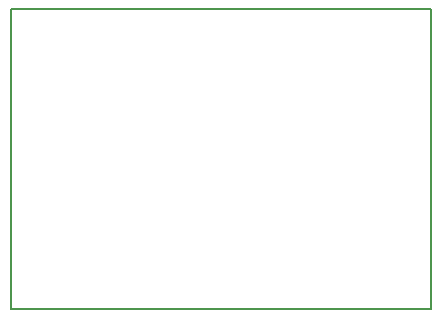
<source format=gbr>
G04 #@! TF.FileFunction,Profile,NP*
%FSLAX46Y46*%
G04 Gerber Fmt 4.6, Leading zero omitted, Abs format (unit mm)*
G04 Created by KiCad (PCBNEW 4.0.6) date 03/10/17 18:36:09*
%MOMM*%
%LPD*%
G01*
G04 APERTURE LIST*
%ADD10C,0.150000*%
G04 APERTURE END LIST*
D10*
X127000000Y-101600000D02*
X162560000Y-101600000D01*
X127000000Y-127000000D02*
X127000000Y-101600000D01*
X162560000Y-127000000D02*
X127000000Y-127000000D01*
X162560000Y-101600000D02*
X162560000Y-127000000D01*
M02*

</source>
